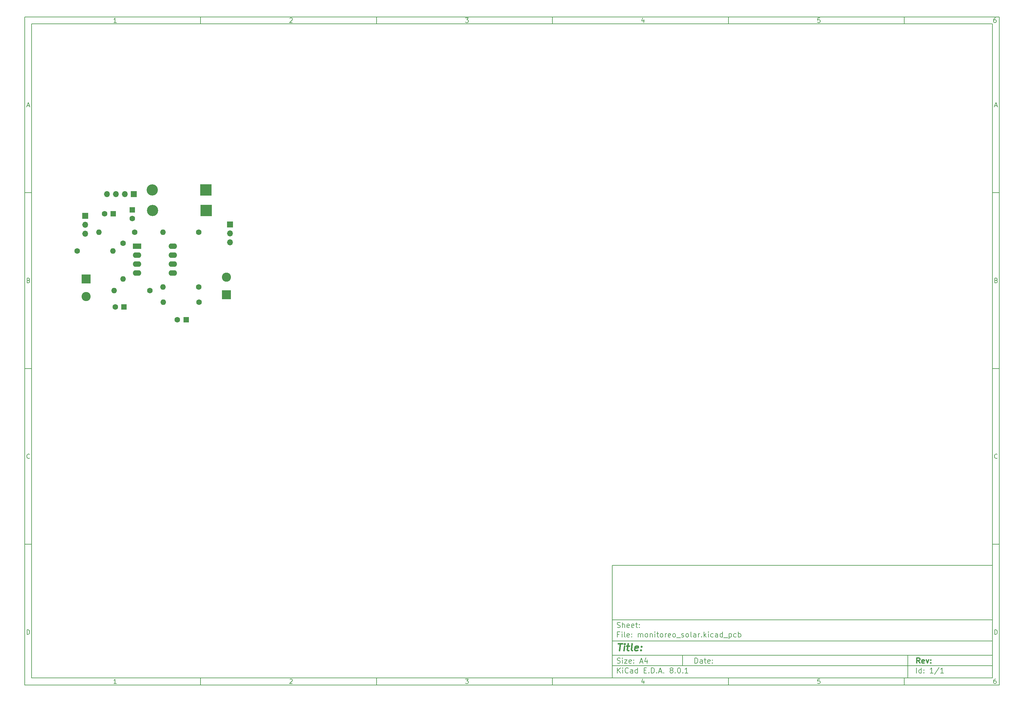
<source format=gbr>
%TF.GenerationSoftware,KiCad,Pcbnew,8.0.1*%
%TF.CreationDate,2024-08-29T21:22:58-03:00*%
%TF.ProjectId,monitoreo_solar,6d6f6e69-746f-4726-956f-5f736f6c6172,rev?*%
%TF.SameCoordinates,Original*%
%TF.FileFunction,Copper,L1,Top*%
%TF.FilePolarity,Positive*%
%FSLAX46Y46*%
G04 Gerber Fmt 4.6, Leading zero omitted, Abs format (unit mm)*
G04 Created by KiCad (PCBNEW 8.0.1) date 2024-08-29 21:22:58*
%MOMM*%
%LPD*%
G01*
G04 APERTURE LIST*
%ADD10C,0.100000*%
%ADD11C,0.150000*%
%ADD12C,0.300000*%
%ADD13C,0.400000*%
%TA.AperFunction,ComponentPad*%
%ADD14R,3.200000X3.200000*%
%TD*%
%TA.AperFunction,ComponentPad*%
%ADD15O,3.200000X3.200000*%
%TD*%
%TA.AperFunction,ComponentPad*%
%ADD16R,1.600000X1.600000*%
%TD*%
%TA.AperFunction,ComponentPad*%
%ADD17C,1.600000*%
%TD*%
%TA.AperFunction,ComponentPad*%
%ADD18R,1.700000X1.700000*%
%TD*%
%TA.AperFunction,ComponentPad*%
%ADD19O,1.700000X1.700000*%
%TD*%
%TA.AperFunction,ComponentPad*%
%ADD20O,1.600000X1.600000*%
%TD*%
%TA.AperFunction,ComponentPad*%
%ADD21R,2.600000X2.600000*%
%TD*%
%TA.AperFunction,ComponentPad*%
%ADD22C,2.600000*%
%TD*%
%TA.AperFunction,ComponentPad*%
%ADD23R,2.400000X1.600000*%
%TD*%
%TA.AperFunction,ComponentPad*%
%ADD24O,2.400000X1.600000*%
%TD*%
G04 APERTURE END LIST*
D10*
D11*
X177002200Y-166007200D02*
X285002200Y-166007200D01*
X285002200Y-198007200D01*
X177002200Y-198007200D01*
X177002200Y-166007200D01*
D10*
D11*
X10000000Y-10000000D02*
X287002200Y-10000000D01*
X287002200Y-200007200D01*
X10000000Y-200007200D01*
X10000000Y-10000000D01*
D10*
D11*
X12000000Y-12000000D02*
X285002200Y-12000000D01*
X285002200Y-198007200D01*
X12000000Y-198007200D01*
X12000000Y-12000000D01*
D10*
D11*
X60000000Y-12000000D02*
X60000000Y-10000000D01*
D10*
D11*
X110000000Y-12000000D02*
X110000000Y-10000000D01*
D10*
D11*
X160000000Y-12000000D02*
X160000000Y-10000000D01*
D10*
D11*
X210000000Y-12000000D02*
X210000000Y-10000000D01*
D10*
D11*
X260000000Y-12000000D02*
X260000000Y-10000000D01*
D10*
D11*
X36089160Y-11593604D02*
X35346303Y-11593604D01*
X35717731Y-11593604D02*
X35717731Y-10293604D01*
X35717731Y-10293604D02*
X35593922Y-10479319D01*
X35593922Y-10479319D02*
X35470112Y-10603128D01*
X35470112Y-10603128D02*
X35346303Y-10665033D01*
D10*
D11*
X85346303Y-10417414D02*
X85408207Y-10355509D01*
X85408207Y-10355509D02*
X85532017Y-10293604D01*
X85532017Y-10293604D02*
X85841541Y-10293604D01*
X85841541Y-10293604D02*
X85965350Y-10355509D01*
X85965350Y-10355509D02*
X86027255Y-10417414D01*
X86027255Y-10417414D02*
X86089160Y-10541223D01*
X86089160Y-10541223D02*
X86089160Y-10665033D01*
X86089160Y-10665033D02*
X86027255Y-10850747D01*
X86027255Y-10850747D02*
X85284398Y-11593604D01*
X85284398Y-11593604D02*
X86089160Y-11593604D01*
D10*
D11*
X135284398Y-10293604D02*
X136089160Y-10293604D01*
X136089160Y-10293604D02*
X135655826Y-10788842D01*
X135655826Y-10788842D02*
X135841541Y-10788842D01*
X135841541Y-10788842D02*
X135965350Y-10850747D01*
X135965350Y-10850747D02*
X136027255Y-10912652D01*
X136027255Y-10912652D02*
X136089160Y-11036461D01*
X136089160Y-11036461D02*
X136089160Y-11345985D01*
X136089160Y-11345985D02*
X136027255Y-11469795D01*
X136027255Y-11469795D02*
X135965350Y-11531700D01*
X135965350Y-11531700D02*
X135841541Y-11593604D01*
X135841541Y-11593604D02*
X135470112Y-11593604D01*
X135470112Y-11593604D02*
X135346303Y-11531700D01*
X135346303Y-11531700D02*
X135284398Y-11469795D01*
D10*
D11*
X185965350Y-10726938D02*
X185965350Y-11593604D01*
X185655826Y-10231700D02*
X185346303Y-11160271D01*
X185346303Y-11160271D02*
X186151064Y-11160271D01*
D10*
D11*
X236027255Y-10293604D02*
X235408207Y-10293604D01*
X235408207Y-10293604D02*
X235346303Y-10912652D01*
X235346303Y-10912652D02*
X235408207Y-10850747D01*
X235408207Y-10850747D02*
X235532017Y-10788842D01*
X235532017Y-10788842D02*
X235841541Y-10788842D01*
X235841541Y-10788842D02*
X235965350Y-10850747D01*
X235965350Y-10850747D02*
X236027255Y-10912652D01*
X236027255Y-10912652D02*
X236089160Y-11036461D01*
X236089160Y-11036461D02*
X236089160Y-11345985D01*
X236089160Y-11345985D02*
X236027255Y-11469795D01*
X236027255Y-11469795D02*
X235965350Y-11531700D01*
X235965350Y-11531700D02*
X235841541Y-11593604D01*
X235841541Y-11593604D02*
X235532017Y-11593604D01*
X235532017Y-11593604D02*
X235408207Y-11531700D01*
X235408207Y-11531700D02*
X235346303Y-11469795D01*
D10*
D11*
X285965350Y-10293604D02*
X285717731Y-10293604D01*
X285717731Y-10293604D02*
X285593922Y-10355509D01*
X285593922Y-10355509D02*
X285532017Y-10417414D01*
X285532017Y-10417414D02*
X285408207Y-10603128D01*
X285408207Y-10603128D02*
X285346303Y-10850747D01*
X285346303Y-10850747D02*
X285346303Y-11345985D01*
X285346303Y-11345985D02*
X285408207Y-11469795D01*
X285408207Y-11469795D02*
X285470112Y-11531700D01*
X285470112Y-11531700D02*
X285593922Y-11593604D01*
X285593922Y-11593604D02*
X285841541Y-11593604D01*
X285841541Y-11593604D02*
X285965350Y-11531700D01*
X285965350Y-11531700D02*
X286027255Y-11469795D01*
X286027255Y-11469795D02*
X286089160Y-11345985D01*
X286089160Y-11345985D02*
X286089160Y-11036461D01*
X286089160Y-11036461D02*
X286027255Y-10912652D01*
X286027255Y-10912652D02*
X285965350Y-10850747D01*
X285965350Y-10850747D02*
X285841541Y-10788842D01*
X285841541Y-10788842D02*
X285593922Y-10788842D01*
X285593922Y-10788842D02*
X285470112Y-10850747D01*
X285470112Y-10850747D02*
X285408207Y-10912652D01*
X285408207Y-10912652D02*
X285346303Y-11036461D01*
D10*
D11*
X60000000Y-198007200D02*
X60000000Y-200007200D01*
D10*
D11*
X110000000Y-198007200D02*
X110000000Y-200007200D01*
D10*
D11*
X160000000Y-198007200D02*
X160000000Y-200007200D01*
D10*
D11*
X210000000Y-198007200D02*
X210000000Y-200007200D01*
D10*
D11*
X260000000Y-198007200D02*
X260000000Y-200007200D01*
D10*
D11*
X36089160Y-199600804D02*
X35346303Y-199600804D01*
X35717731Y-199600804D02*
X35717731Y-198300804D01*
X35717731Y-198300804D02*
X35593922Y-198486519D01*
X35593922Y-198486519D02*
X35470112Y-198610328D01*
X35470112Y-198610328D02*
X35346303Y-198672233D01*
D10*
D11*
X85346303Y-198424614D02*
X85408207Y-198362709D01*
X85408207Y-198362709D02*
X85532017Y-198300804D01*
X85532017Y-198300804D02*
X85841541Y-198300804D01*
X85841541Y-198300804D02*
X85965350Y-198362709D01*
X85965350Y-198362709D02*
X86027255Y-198424614D01*
X86027255Y-198424614D02*
X86089160Y-198548423D01*
X86089160Y-198548423D02*
X86089160Y-198672233D01*
X86089160Y-198672233D02*
X86027255Y-198857947D01*
X86027255Y-198857947D02*
X85284398Y-199600804D01*
X85284398Y-199600804D02*
X86089160Y-199600804D01*
D10*
D11*
X135284398Y-198300804D02*
X136089160Y-198300804D01*
X136089160Y-198300804D02*
X135655826Y-198796042D01*
X135655826Y-198796042D02*
X135841541Y-198796042D01*
X135841541Y-198796042D02*
X135965350Y-198857947D01*
X135965350Y-198857947D02*
X136027255Y-198919852D01*
X136027255Y-198919852D02*
X136089160Y-199043661D01*
X136089160Y-199043661D02*
X136089160Y-199353185D01*
X136089160Y-199353185D02*
X136027255Y-199476995D01*
X136027255Y-199476995D02*
X135965350Y-199538900D01*
X135965350Y-199538900D02*
X135841541Y-199600804D01*
X135841541Y-199600804D02*
X135470112Y-199600804D01*
X135470112Y-199600804D02*
X135346303Y-199538900D01*
X135346303Y-199538900D02*
X135284398Y-199476995D01*
D10*
D11*
X185965350Y-198734138D02*
X185965350Y-199600804D01*
X185655826Y-198238900D02*
X185346303Y-199167471D01*
X185346303Y-199167471D02*
X186151064Y-199167471D01*
D10*
D11*
X236027255Y-198300804D02*
X235408207Y-198300804D01*
X235408207Y-198300804D02*
X235346303Y-198919852D01*
X235346303Y-198919852D02*
X235408207Y-198857947D01*
X235408207Y-198857947D02*
X235532017Y-198796042D01*
X235532017Y-198796042D02*
X235841541Y-198796042D01*
X235841541Y-198796042D02*
X235965350Y-198857947D01*
X235965350Y-198857947D02*
X236027255Y-198919852D01*
X236027255Y-198919852D02*
X236089160Y-199043661D01*
X236089160Y-199043661D02*
X236089160Y-199353185D01*
X236089160Y-199353185D02*
X236027255Y-199476995D01*
X236027255Y-199476995D02*
X235965350Y-199538900D01*
X235965350Y-199538900D02*
X235841541Y-199600804D01*
X235841541Y-199600804D02*
X235532017Y-199600804D01*
X235532017Y-199600804D02*
X235408207Y-199538900D01*
X235408207Y-199538900D02*
X235346303Y-199476995D01*
D10*
D11*
X285965350Y-198300804D02*
X285717731Y-198300804D01*
X285717731Y-198300804D02*
X285593922Y-198362709D01*
X285593922Y-198362709D02*
X285532017Y-198424614D01*
X285532017Y-198424614D02*
X285408207Y-198610328D01*
X285408207Y-198610328D02*
X285346303Y-198857947D01*
X285346303Y-198857947D02*
X285346303Y-199353185D01*
X285346303Y-199353185D02*
X285408207Y-199476995D01*
X285408207Y-199476995D02*
X285470112Y-199538900D01*
X285470112Y-199538900D02*
X285593922Y-199600804D01*
X285593922Y-199600804D02*
X285841541Y-199600804D01*
X285841541Y-199600804D02*
X285965350Y-199538900D01*
X285965350Y-199538900D02*
X286027255Y-199476995D01*
X286027255Y-199476995D02*
X286089160Y-199353185D01*
X286089160Y-199353185D02*
X286089160Y-199043661D01*
X286089160Y-199043661D02*
X286027255Y-198919852D01*
X286027255Y-198919852D02*
X285965350Y-198857947D01*
X285965350Y-198857947D02*
X285841541Y-198796042D01*
X285841541Y-198796042D02*
X285593922Y-198796042D01*
X285593922Y-198796042D02*
X285470112Y-198857947D01*
X285470112Y-198857947D02*
X285408207Y-198919852D01*
X285408207Y-198919852D02*
X285346303Y-199043661D01*
D10*
D11*
X10000000Y-60000000D02*
X12000000Y-60000000D01*
D10*
D11*
X10000000Y-110000000D02*
X12000000Y-110000000D01*
D10*
D11*
X10000000Y-160000000D02*
X12000000Y-160000000D01*
D10*
D11*
X10690476Y-35222176D02*
X11309523Y-35222176D01*
X10566666Y-35593604D02*
X10999999Y-34293604D01*
X10999999Y-34293604D02*
X11433333Y-35593604D01*
D10*
D11*
X11092857Y-84912652D02*
X11278571Y-84974557D01*
X11278571Y-84974557D02*
X11340476Y-85036461D01*
X11340476Y-85036461D02*
X11402380Y-85160271D01*
X11402380Y-85160271D02*
X11402380Y-85345985D01*
X11402380Y-85345985D02*
X11340476Y-85469795D01*
X11340476Y-85469795D02*
X11278571Y-85531700D01*
X11278571Y-85531700D02*
X11154761Y-85593604D01*
X11154761Y-85593604D02*
X10659523Y-85593604D01*
X10659523Y-85593604D02*
X10659523Y-84293604D01*
X10659523Y-84293604D02*
X11092857Y-84293604D01*
X11092857Y-84293604D02*
X11216666Y-84355509D01*
X11216666Y-84355509D02*
X11278571Y-84417414D01*
X11278571Y-84417414D02*
X11340476Y-84541223D01*
X11340476Y-84541223D02*
X11340476Y-84665033D01*
X11340476Y-84665033D02*
X11278571Y-84788842D01*
X11278571Y-84788842D02*
X11216666Y-84850747D01*
X11216666Y-84850747D02*
X11092857Y-84912652D01*
X11092857Y-84912652D02*
X10659523Y-84912652D01*
D10*
D11*
X11402380Y-135469795D02*
X11340476Y-135531700D01*
X11340476Y-135531700D02*
X11154761Y-135593604D01*
X11154761Y-135593604D02*
X11030952Y-135593604D01*
X11030952Y-135593604D02*
X10845238Y-135531700D01*
X10845238Y-135531700D02*
X10721428Y-135407890D01*
X10721428Y-135407890D02*
X10659523Y-135284080D01*
X10659523Y-135284080D02*
X10597619Y-135036461D01*
X10597619Y-135036461D02*
X10597619Y-134850747D01*
X10597619Y-134850747D02*
X10659523Y-134603128D01*
X10659523Y-134603128D02*
X10721428Y-134479319D01*
X10721428Y-134479319D02*
X10845238Y-134355509D01*
X10845238Y-134355509D02*
X11030952Y-134293604D01*
X11030952Y-134293604D02*
X11154761Y-134293604D01*
X11154761Y-134293604D02*
X11340476Y-134355509D01*
X11340476Y-134355509D02*
X11402380Y-134417414D01*
D10*
D11*
X10659523Y-185593604D02*
X10659523Y-184293604D01*
X10659523Y-184293604D02*
X10969047Y-184293604D01*
X10969047Y-184293604D02*
X11154761Y-184355509D01*
X11154761Y-184355509D02*
X11278571Y-184479319D01*
X11278571Y-184479319D02*
X11340476Y-184603128D01*
X11340476Y-184603128D02*
X11402380Y-184850747D01*
X11402380Y-184850747D02*
X11402380Y-185036461D01*
X11402380Y-185036461D02*
X11340476Y-185284080D01*
X11340476Y-185284080D02*
X11278571Y-185407890D01*
X11278571Y-185407890D02*
X11154761Y-185531700D01*
X11154761Y-185531700D02*
X10969047Y-185593604D01*
X10969047Y-185593604D02*
X10659523Y-185593604D01*
D10*
D11*
X287002200Y-60000000D02*
X285002200Y-60000000D01*
D10*
D11*
X287002200Y-110000000D02*
X285002200Y-110000000D01*
D10*
D11*
X287002200Y-160000000D02*
X285002200Y-160000000D01*
D10*
D11*
X285692676Y-35222176D02*
X286311723Y-35222176D01*
X285568866Y-35593604D02*
X286002199Y-34293604D01*
X286002199Y-34293604D02*
X286435533Y-35593604D01*
D10*
D11*
X286095057Y-84912652D02*
X286280771Y-84974557D01*
X286280771Y-84974557D02*
X286342676Y-85036461D01*
X286342676Y-85036461D02*
X286404580Y-85160271D01*
X286404580Y-85160271D02*
X286404580Y-85345985D01*
X286404580Y-85345985D02*
X286342676Y-85469795D01*
X286342676Y-85469795D02*
X286280771Y-85531700D01*
X286280771Y-85531700D02*
X286156961Y-85593604D01*
X286156961Y-85593604D02*
X285661723Y-85593604D01*
X285661723Y-85593604D02*
X285661723Y-84293604D01*
X285661723Y-84293604D02*
X286095057Y-84293604D01*
X286095057Y-84293604D02*
X286218866Y-84355509D01*
X286218866Y-84355509D02*
X286280771Y-84417414D01*
X286280771Y-84417414D02*
X286342676Y-84541223D01*
X286342676Y-84541223D02*
X286342676Y-84665033D01*
X286342676Y-84665033D02*
X286280771Y-84788842D01*
X286280771Y-84788842D02*
X286218866Y-84850747D01*
X286218866Y-84850747D02*
X286095057Y-84912652D01*
X286095057Y-84912652D02*
X285661723Y-84912652D01*
D10*
D11*
X286404580Y-135469795D02*
X286342676Y-135531700D01*
X286342676Y-135531700D02*
X286156961Y-135593604D01*
X286156961Y-135593604D02*
X286033152Y-135593604D01*
X286033152Y-135593604D02*
X285847438Y-135531700D01*
X285847438Y-135531700D02*
X285723628Y-135407890D01*
X285723628Y-135407890D02*
X285661723Y-135284080D01*
X285661723Y-135284080D02*
X285599819Y-135036461D01*
X285599819Y-135036461D02*
X285599819Y-134850747D01*
X285599819Y-134850747D02*
X285661723Y-134603128D01*
X285661723Y-134603128D02*
X285723628Y-134479319D01*
X285723628Y-134479319D02*
X285847438Y-134355509D01*
X285847438Y-134355509D02*
X286033152Y-134293604D01*
X286033152Y-134293604D02*
X286156961Y-134293604D01*
X286156961Y-134293604D02*
X286342676Y-134355509D01*
X286342676Y-134355509D02*
X286404580Y-134417414D01*
D10*
D11*
X285661723Y-185593604D02*
X285661723Y-184293604D01*
X285661723Y-184293604D02*
X285971247Y-184293604D01*
X285971247Y-184293604D02*
X286156961Y-184355509D01*
X286156961Y-184355509D02*
X286280771Y-184479319D01*
X286280771Y-184479319D02*
X286342676Y-184603128D01*
X286342676Y-184603128D02*
X286404580Y-184850747D01*
X286404580Y-184850747D02*
X286404580Y-185036461D01*
X286404580Y-185036461D02*
X286342676Y-185284080D01*
X286342676Y-185284080D02*
X286280771Y-185407890D01*
X286280771Y-185407890D02*
X286156961Y-185531700D01*
X286156961Y-185531700D02*
X285971247Y-185593604D01*
X285971247Y-185593604D02*
X285661723Y-185593604D01*
D10*
D11*
X200458026Y-193793328D02*
X200458026Y-192293328D01*
X200458026Y-192293328D02*
X200815169Y-192293328D01*
X200815169Y-192293328D02*
X201029455Y-192364757D01*
X201029455Y-192364757D02*
X201172312Y-192507614D01*
X201172312Y-192507614D02*
X201243741Y-192650471D01*
X201243741Y-192650471D02*
X201315169Y-192936185D01*
X201315169Y-192936185D02*
X201315169Y-193150471D01*
X201315169Y-193150471D02*
X201243741Y-193436185D01*
X201243741Y-193436185D02*
X201172312Y-193579042D01*
X201172312Y-193579042D02*
X201029455Y-193721900D01*
X201029455Y-193721900D02*
X200815169Y-193793328D01*
X200815169Y-193793328D02*
X200458026Y-193793328D01*
X202600884Y-193793328D02*
X202600884Y-193007614D01*
X202600884Y-193007614D02*
X202529455Y-192864757D01*
X202529455Y-192864757D02*
X202386598Y-192793328D01*
X202386598Y-192793328D02*
X202100884Y-192793328D01*
X202100884Y-192793328D02*
X201958026Y-192864757D01*
X202600884Y-193721900D02*
X202458026Y-193793328D01*
X202458026Y-193793328D02*
X202100884Y-193793328D01*
X202100884Y-193793328D02*
X201958026Y-193721900D01*
X201958026Y-193721900D02*
X201886598Y-193579042D01*
X201886598Y-193579042D02*
X201886598Y-193436185D01*
X201886598Y-193436185D02*
X201958026Y-193293328D01*
X201958026Y-193293328D02*
X202100884Y-193221900D01*
X202100884Y-193221900D02*
X202458026Y-193221900D01*
X202458026Y-193221900D02*
X202600884Y-193150471D01*
X203100884Y-192793328D02*
X203672312Y-192793328D01*
X203315169Y-192293328D02*
X203315169Y-193579042D01*
X203315169Y-193579042D02*
X203386598Y-193721900D01*
X203386598Y-193721900D02*
X203529455Y-193793328D01*
X203529455Y-193793328D02*
X203672312Y-193793328D01*
X204743741Y-193721900D02*
X204600884Y-193793328D01*
X204600884Y-193793328D02*
X204315170Y-193793328D01*
X204315170Y-193793328D02*
X204172312Y-193721900D01*
X204172312Y-193721900D02*
X204100884Y-193579042D01*
X204100884Y-193579042D02*
X204100884Y-193007614D01*
X204100884Y-193007614D02*
X204172312Y-192864757D01*
X204172312Y-192864757D02*
X204315170Y-192793328D01*
X204315170Y-192793328D02*
X204600884Y-192793328D01*
X204600884Y-192793328D02*
X204743741Y-192864757D01*
X204743741Y-192864757D02*
X204815170Y-193007614D01*
X204815170Y-193007614D02*
X204815170Y-193150471D01*
X204815170Y-193150471D02*
X204100884Y-193293328D01*
X205458026Y-193650471D02*
X205529455Y-193721900D01*
X205529455Y-193721900D02*
X205458026Y-193793328D01*
X205458026Y-193793328D02*
X205386598Y-193721900D01*
X205386598Y-193721900D02*
X205458026Y-193650471D01*
X205458026Y-193650471D02*
X205458026Y-193793328D01*
X205458026Y-192864757D02*
X205529455Y-192936185D01*
X205529455Y-192936185D02*
X205458026Y-193007614D01*
X205458026Y-193007614D02*
X205386598Y-192936185D01*
X205386598Y-192936185D02*
X205458026Y-192864757D01*
X205458026Y-192864757D02*
X205458026Y-193007614D01*
D10*
D11*
X177002200Y-194507200D02*
X285002200Y-194507200D01*
D10*
D11*
X178458026Y-196593328D02*
X178458026Y-195093328D01*
X179315169Y-196593328D02*
X178672312Y-195736185D01*
X179315169Y-195093328D02*
X178458026Y-195950471D01*
X179958026Y-196593328D02*
X179958026Y-195593328D01*
X179958026Y-195093328D02*
X179886598Y-195164757D01*
X179886598Y-195164757D02*
X179958026Y-195236185D01*
X179958026Y-195236185D02*
X180029455Y-195164757D01*
X180029455Y-195164757D02*
X179958026Y-195093328D01*
X179958026Y-195093328D02*
X179958026Y-195236185D01*
X181529455Y-196450471D02*
X181458027Y-196521900D01*
X181458027Y-196521900D02*
X181243741Y-196593328D01*
X181243741Y-196593328D02*
X181100884Y-196593328D01*
X181100884Y-196593328D02*
X180886598Y-196521900D01*
X180886598Y-196521900D02*
X180743741Y-196379042D01*
X180743741Y-196379042D02*
X180672312Y-196236185D01*
X180672312Y-196236185D02*
X180600884Y-195950471D01*
X180600884Y-195950471D02*
X180600884Y-195736185D01*
X180600884Y-195736185D02*
X180672312Y-195450471D01*
X180672312Y-195450471D02*
X180743741Y-195307614D01*
X180743741Y-195307614D02*
X180886598Y-195164757D01*
X180886598Y-195164757D02*
X181100884Y-195093328D01*
X181100884Y-195093328D02*
X181243741Y-195093328D01*
X181243741Y-195093328D02*
X181458027Y-195164757D01*
X181458027Y-195164757D02*
X181529455Y-195236185D01*
X182815170Y-196593328D02*
X182815170Y-195807614D01*
X182815170Y-195807614D02*
X182743741Y-195664757D01*
X182743741Y-195664757D02*
X182600884Y-195593328D01*
X182600884Y-195593328D02*
X182315170Y-195593328D01*
X182315170Y-195593328D02*
X182172312Y-195664757D01*
X182815170Y-196521900D02*
X182672312Y-196593328D01*
X182672312Y-196593328D02*
X182315170Y-196593328D01*
X182315170Y-196593328D02*
X182172312Y-196521900D01*
X182172312Y-196521900D02*
X182100884Y-196379042D01*
X182100884Y-196379042D02*
X182100884Y-196236185D01*
X182100884Y-196236185D02*
X182172312Y-196093328D01*
X182172312Y-196093328D02*
X182315170Y-196021900D01*
X182315170Y-196021900D02*
X182672312Y-196021900D01*
X182672312Y-196021900D02*
X182815170Y-195950471D01*
X184172313Y-196593328D02*
X184172313Y-195093328D01*
X184172313Y-196521900D02*
X184029455Y-196593328D01*
X184029455Y-196593328D02*
X183743741Y-196593328D01*
X183743741Y-196593328D02*
X183600884Y-196521900D01*
X183600884Y-196521900D02*
X183529455Y-196450471D01*
X183529455Y-196450471D02*
X183458027Y-196307614D01*
X183458027Y-196307614D02*
X183458027Y-195879042D01*
X183458027Y-195879042D02*
X183529455Y-195736185D01*
X183529455Y-195736185D02*
X183600884Y-195664757D01*
X183600884Y-195664757D02*
X183743741Y-195593328D01*
X183743741Y-195593328D02*
X184029455Y-195593328D01*
X184029455Y-195593328D02*
X184172313Y-195664757D01*
X186029455Y-195807614D02*
X186529455Y-195807614D01*
X186743741Y-196593328D02*
X186029455Y-196593328D01*
X186029455Y-196593328D02*
X186029455Y-195093328D01*
X186029455Y-195093328D02*
X186743741Y-195093328D01*
X187386598Y-196450471D02*
X187458027Y-196521900D01*
X187458027Y-196521900D02*
X187386598Y-196593328D01*
X187386598Y-196593328D02*
X187315170Y-196521900D01*
X187315170Y-196521900D02*
X187386598Y-196450471D01*
X187386598Y-196450471D02*
X187386598Y-196593328D01*
X188100884Y-196593328D02*
X188100884Y-195093328D01*
X188100884Y-195093328D02*
X188458027Y-195093328D01*
X188458027Y-195093328D02*
X188672313Y-195164757D01*
X188672313Y-195164757D02*
X188815170Y-195307614D01*
X188815170Y-195307614D02*
X188886599Y-195450471D01*
X188886599Y-195450471D02*
X188958027Y-195736185D01*
X188958027Y-195736185D02*
X188958027Y-195950471D01*
X188958027Y-195950471D02*
X188886599Y-196236185D01*
X188886599Y-196236185D02*
X188815170Y-196379042D01*
X188815170Y-196379042D02*
X188672313Y-196521900D01*
X188672313Y-196521900D02*
X188458027Y-196593328D01*
X188458027Y-196593328D02*
X188100884Y-196593328D01*
X189600884Y-196450471D02*
X189672313Y-196521900D01*
X189672313Y-196521900D02*
X189600884Y-196593328D01*
X189600884Y-196593328D02*
X189529456Y-196521900D01*
X189529456Y-196521900D02*
X189600884Y-196450471D01*
X189600884Y-196450471D02*
X189600884Y-196593328D01*
X190243742Y-196164757D02*
X190958028Y-196164757D01*
X190100885Y-196593328D02*
X190600885Y-195093328D01*
X190600885Y-195093328D02*
X191100885Y-196593328D01*
X191600884Y-196450471D02*
X191672313Y-196521900D01*
X191672313Y-196521900D02*
X191600884Y-196593328D01*
X191600884Y-196593328D02*
X191529456Y-196521900D01*
X191529456Y-196521900D02*
X191600884Y-196450471D01*
X191600884Y-196450471D02*
X191600884Y-196593328D01*
X193672313Y-195736185D02*
X193529456Y-195664757D01*
X193529456Y-195664757D02*
X193458027Y-195593328D01*
X193458027Y-195593328D02*
X193386599Y-195450471D01*
X193386599Y-195450471D02*
X193386599Y-195379042D01*
X193386599Y-195379042D02*
X193458027Y-195236185D01*
X193458027Y-195236185D02*
X193529456Y-195164757D01*
X193529456Y-195164757D02*
X193672313Y-195093328D01*
X193672313Y-195093328D02*
X193958027Y-195093328D01*
X193958027Y-195093328D02*
X194100885Y-195164757D01*
X194100885Y-195164757D02*
X194172313Y-195236185D01*
X194172313Y-195236185D02*
X194243742Y-195379042D01*
X194243742Y-195379042D02*
X194243742Y-195450471D01*
X194243742Y-195450471D02*
X194172313Y-195593328D01*
X194172313Y-195593328D02*
X194100885Y-195664757D01*
X194100885Y-195664757D02*
X193958027Y-195736185D01*
X193958027Y-195736185D02*
X193672313Y-195736185D01*
X193672313Y-195736185D02*
X193529456Y-195807614D01*
X193529456Y-195807614D02*
X193458027Y-195879042D01*
X193458027Y-195879042D02*
X193386599Y-196021900D01*
X193386599Y-196021900D02*
X193386599Y-196307614D01*
X193386599Y-196307614D02*
X193458027Y-196450471D01*
X193458027Y-196450471D02*
X193529456Y-196521900D01*
X193529456Y-196521900D02*
X193672313Y-196593328D01*
X193672313Y-196593328D02*
X193958027Y-196593328D01*
X193958027Y-196593328D02*
X194100885Y-196521900D01*
X194100885Y-196521900D02*
X194172313Y-196450471D01*
X194172313Y-196450471D02*
X194243742Y-196307614D01*
X194243742Y-196307614D02*
X194243742Y-196021900D01*
X194243742Y-196021900D02*
X194172313Y-195879042D01*
X194172313Y-195879042D02*
X194100885Y-195807614D01*
X194100885Y-195807614D02*
X193958027Y-195736185D01*
X194886598Y-196450471D02*
X194958027Y-196521900D01*
X194958027Y-196521900D02*
X194886598Y-196593328D01*
X194886598Y-196593328D02*
X194815170Y-196521900D01*
X194815170Y-196521900D02*
X194886598Y-196450471D01*
X194886598Y-196450471D02*
X194886598Y-196593328D01*
X195886599Y-195093328D02*
X196029456Y-195093328D01*
X196029456Y-195093328D02*
X196172313Y-195164757D01*
X196172313Y-195164757D02*
X196243742Y-195236185D01*
X196243742Y-195236185D02*
X196315170Y-195379042D01*
X196315170Y-195379042D02*
X196386599Y-195664757D01*
X196386599Y-195664757D02*
X196386599Y-196021900D01*
X196386599Y-196021900D02*
X196315170Y-196307614D01*
X196315170Y-196307614D02*
X196243742Y-196450471D01*
X196243742Y-196450471D02*
X196172313Y-196521900D01*
X196172313Y-196521900D02*
X196029456Y-196593328D01*
X196029456Y-196593328D02*
X195886599Y-196593328D01*
X195886599Y-196593328D02*
X195743742Y-196521900D01*
X195743742Y-196521900D02*
X195672313Y-196450471D01*
X195672313Y-196450471D02*
X195600884Y-196307614D01*
X195600884Y-196307614D02*
X195529456Y-196021900D01*
X195529456Y-196021900D02*
X195529456Y-195664757D01*
X195529456Y-195664757D02*
X195600884Y-195379042D01*
X195600884Y-195379042D02*
X195672313Y-195236185D01*
X195672313Y-195236185D02*
X195743742Y-195164757D01*
X195743742Y-195164757D02*
X195886599Y-195093328D01*
X197029455Y-196450471D02*
X197100884Y-196521900D01*
X197100884Y-196521900D02*
X197029455Y-196593328D01*
X197029455Y-196593328D02*
X196958027Y-196521900D01*
X196958027Y-196521900D02*
X197029455Y-196450471D01*
X197029455Y-196450471D02*
X197029455Y-196593328D01*
X198529456Y-196593328D02*
X197672313Y-196593328D01*
X198100884Y-196593328D02*
X198100884Y-195093328D01*
X198100884Y-195093328D02*
X197958027Y-195307614D01*
X197958027Y-195307614D02*
X197815170Y-195450471D01*
X197815170Y-195450471D02*
X197672313Y-195521900D01*
D10*
D11*
X177002200Y-191507200D02*
X285002200Y-191507200D01*
D10*
D12*
X264413853Y-193785528D02*
X263913853Y-193071242D01*
X263556710Y-193785528D02*
X263556710Y-192285528D01*
X263556710Y-192285528D02*
X264128139Y-192285528D01*
X264128139Y-192285528D02*
X264270996Y-192356957D01*
X264270996Y-192356957D02*
X264342425Y-192428385D01*
X264342425Y-192428385D02*
X264413853Y-192571242D01*
X264413853Y-192571242D02*
X264413853Y-192785528D01*
X264413853Y-192785528D02*
X264342425Y-192928385D01*
X264342425Y-192928385D02*
X264270996Y-192999814D01*
X264270996Y-192999814D02*
X264128139Y-193071242D01*
X264128139Y-193071242D02*
X263556710Y-193071242D01*
X265628139Y-193714100D02*
X265485282Y-193785528D01*
X265485282Y-193785528D02*
X265199568Y-193785528D01*
X265199568Y-193785528D02*
X265056710Y-193714100D01*
X265056710Y-193714100D02*
X264985282Y-193571242D01*
X264985282Y-193571242D02*
X264985282Y-192999814D01*
X264985282Y-192999814D02*
X265056710Y-192856957D01*
X265056710Y-192856957D02*
X265199568Y-192785528D01*
X265199568Y-192785528D02*
X265485282Y-192785528D01*
X265485282Y-192785528D02*
X265628139Y-192856957D01*
X265628139Y-192856957D02*
X265699568Y-192999814D01*
X265699568Y-192999814D02*
X265699568Y-193142671D01*
X265699568Y-193142671D02*
X264985282Y-193285528D01*
X266199567Y-192785528D02*
X266556710Y-193785528D01*
X266556710Y-193785528D02*
X266913853Y-192785528D01*
X267485281Y-193642671D02*
X267556710Y-193714100D01*
X267556710Y-193714100D02*
X267485281Y-193785528D01*
X267485281Y-193785528D02*
X267413853Y-193714100D01*
X267413853Y-193714100D02*
X267485281Y-193642671D01*
X267485281Y-193642671D02*
X267485281Y-193785528D01*
X267485281Y-192856957D02*
X267556710Y-192928385D01*
X267556710Y-192928385D02*
X267485281Y-192999814D01*
X267485281Y-192999814D02*
X267413853Y-192928385D01*
X267413853Y-192928385D02*
X267485281Y-192856957D01*
X267485281Y-192856957D02*
X267485281Y-192999814D01*
D10*
D11*
X178386598Y-193721900D02*
X178600884Y-193793328D01*
X178600884Y-193793328D02*
X178958026Y-193793328D01*
X178958026Y-193793328D02*
X179100884Y-193721900D01*
X179100884Y-193721900D02*
X179172312Y-193650471D01*
X179172312Y-193650471D02*
X179243741Y-193507614D01*
X179243741Y-193507614D02*
X179243741Y-193364757D01*
X179243741Y-193364757D02*
X179172312Y-193221900D01*
X179172312Y-193221900D02*
X179100884Y-193150471D01*
X179100884Y-193150471D02*
X178958026Y-193079042D01*
X178958026Y-193079042D02*
X178672312Y-193007614D01*
X178672312Y-193007614D02*
X178529455Y-192936185D01*
X178529455Y-192936185D02*
X178458026Y-192864757D01*
X178458026Y-192864757D02*
X178386598Y-192721900D01*
X178386598Y-192721900D02*
X178386598Y-192579042D01*
X178386598Y-192579042D02*
X178458026Y-192436185D01*
X178458026Y-192436185D02*
X178529455Y-192364757D01*
X178529455Y-192364757D02*
X178672312Y-192293328D01*
X178672312Y-192293328D02*
X179029455Y-192293328D01*
X179029455Y-192293328D02*
X179243741Y-192364757D01*
X179886597Y-193793328D02*
X179886597Y-192793328D01*
X179886597Y-192293328D02*
X179815169Y-192364757D01*
X179815169Y-192364757D02*
X179886597Y-192436185D01*
X179886597Y-192436185D02*
X179958026Y-192364757D01*
X179958026Y-192364757D02*
X179886597Y-192293328D01*
X179886597Y-192293328D02*
X179886597Y-192436185D01*
X180458026Y-192793328D02*
X181243741Y-192793328D01*
X181243741Y-192793328D02*
X180458026Y-193793328D01*
X180458026Y-193793328D02*
X181243741Y-193793328D01*
X182386598Y-193721900D02*
X182243741Y-193793328D01*
X182243741Y-193793328D02*
X181958027Y-193793328D01*
X181958027Y-193793328D02*
X181815169Y-193721900D01*
X181815169Y-193721900D02*
X181743741Y-193579042D01*
X181743741Y-193579042D02*
X181743741Y-193007614D01*
X181743741Y-193007614D02*
X181815169Y-192864757D01*
X181815169Y-192864757D02*
X181958027Y-192793328D01*
X181958027Y-192793328D02*
X182243741Y-192793328D01*
X182243741Y-192793328D02*
X182386598Y-192864757D01*
X182386598Y-192864757D02*
X182458027Y-193007614D01*
X182458027Y-193007614D02*
X182458027Y-193150471D01*
X182458027Y-193150471D02*
X181743741Y-193293328D01*
X183100883Y-193650471D02*
X183172312Y-193721900D01*
X183172312Y-193721900D02*
X183100883Y-193793328D01*
X183100883Y-193793328D02*
X183029455Y-193721900D01*
X183029455Y-193721900D02*
X183100883Y-193650471D01*
X183100883Y-193650471D02*
X183100883Y-193793328D01*
X183100883Y-192864757D02*
X183172312Y-192936185D01*
X183172312Y-192936185D02*
X183100883Y-193007614D01*
X183100883Y-193007614D02*
X183029455Y-192936185D01*
X183029455Y-192936185D02*
X183100883Y-192864757D01*
X183100883Y-192864757D02*
X183100883Y-193007614D01*
X184886598Y-193364757D02*
X185600884Y-193364757D01*
X184743741Y-193793328D02*
X185243741Y-192293328D01*
X185243741Y-192293328D02*
X185743741Y-193793328D01*
X186886598Y-192793328D02*
X186886598Y-193793328D01*
X186529455Y-192221900D02*
X186172312Y-193293328D01*
X186172312Y-193293328D02*
X187100883Y-193293328D01*
D10*
D11*
X263458026Y-196593328D02*
X263458026Y-195093328D01*
X264815170Y-196593328D02*
X264815170Y-195093328D01*
X264815170Y-196521900D02*
X264672312Y-196593328D01*
X264672312Y-196593328D02*
X264386598Y-196593328D01*
X264386598Y-196593328D02*
X264243741Y-196521900D01*
X264243741Y-196521900D02*
X264172312Y-196450471D01*
X264172312Y-196450471D02*
X264100884Y-196307614D01*
X264100884Y-196307614D02*
X264100884Y-195879042D01*
X264100884Y-195879042D02*
X264172312Y-195736185D01*
X264172312Y-195736185D02*
X264243741Y-195664757D01*
X264243741Y-195664757D02*
X264386598Y-195593328D01*
X264386598Y-195593328D02*
X264672312Y-195593328D01*
X264672312Y-195593328D02*
X264815170Y-195664757D01*
X265529455Y-196450471D02*
X265600884Y-196521900D01*
X265600884Y-196521900D02*
X265529455Y-196593328D01*
X265529455Y-196593328D02*
X265458027Y-196521900D01*
X265458027Y-196521900D02*
X265529455Y-196450471D01*
X265529455Y-196450471D02*
X265529455Y-196593328D01*
X265529455Y-195664757D02*
X265600884Y-195736185D01*
X265600884Y-195736185D02*
X265529455Y-195807614D01*
X265529455Y-195807614D02*
X265458027Y-195736185D01*
X265458027Y-195736185D02*
X265529455Y-195664757D01*
X265529455Y-195664757D02*
X265529455Y-195807614D01*
X268172313Y-196593328D02*
X267315170Y-196593328D01*
X267743741Y-196593328D02*
X267743741Y-195093328D01*
X267743741Y-195093328D02*
X267600884Y-195307614D01*
X267600884Y-195307614D02*
X267458027Y-195450471D01*
X267458027Y-195450471D02*
X267315170Y-195521900D01*
X269886598Y-195021900D02*
X268600884Y-196950471D01*
X271172313Y-196593328D02*
X270315170Y-196593328D01*
X270743741Y-196593328D02*
X270743741Y-195093328D01*
X270743741Y-195093328D02*
X270600884Y-195307614D01*
X270600884Y-195307614D02*
X270458027Y-195450471D01*
X270458027Y-195450471D02*
X270315170Y-195521900D01*
D10*
D11*
X177002200Y-187507200D02*
X285002200Y-187507200D01*
D10*
D13*
X178693928Y-188211638D02*
X179836785Y-188211638D01*
X179015357Y-190211638D02*
X179265357Y-188211638D01*
X180253452Y-190211638D02*
X180420119Y-188878304D01*
X180503452Y-188211638D02*
X180396309Y-188306876D01*
X180396309Y-188306876D02*
X180479643Y-188402114D01*
X180479643Y-188402114D02*
X180586786Y-188306876D01*
X180586786Y-188306876D02*
X180503452Y-188211638D01*
X180503452Y-188211638D02*
X180479643Y-188402114D01*
X181086786Y-188878304D02*
X181848690Y-188878304D01*
X181455833Y-188211638D02*
X181241548Y-189925923D01*
X181241548Y-189925923D02*
X181312976Y-190116400D01*
X181312976Y-190116400D02*
X181491548Y-190211638D01*
X181491548Y-190211638D02*
X181682024Y-190211638D01*
X182634405Y-190211638D02*
X182455833Y-190116400D01*
X182455833Y-190116400D02*
X182384405Y-189925923D01*
X182384405Y-189925923D02*
X182598690Y-188211638D01*
X184170119Y-190116400D02*
X183967738Y-190211638D01*
X183967738Y-190211638D02*
X183586785Y-190211638D01*
X183586785Y-190211638D02*
X183408214Y-190116400D01*
X183408214Y-190116400D02*
X183336785Y-189925923D01*
X183336785Y-189925923D02*
X183432024Y-189164019D01*
X183432024Y-189164019D02*
X183551071Y-188973542D01*
X183551071Y-188973542D02*
X183753452Y-188878304D01*
X183753452Y-188878304D02*
X184134404Y-188878304D01*
X184134404Y-188878304D02*
X184312976Y-188973542D01*
X184312976Y-188973542D02*
X184384404Y-189164019D01*
X184384404Y-189164019D02*
X184360595Y-189354495D01*
X184360595Y-189354495D02*
X183384404Y-189544971D01*
X185134405Y-190021161D02*
X185217738Y-190116400D01*
X185217738Y-190116400D02*
X185110595Y-190211638D01*
X185110595Y-190211638D02*
X185027262Y-190116400D01*
X185027262Y-190116400D02*
X185134405Y-190021161D01*
X185134405Y-190021161D02*
X185110595Y-190211638D01*
X185265357Y-188973542D02*
X185348690Y-189068780D01*
X185348690Y-189068780D02*
X185241548Y-189164019D01*
X185241548Y-189164019D02*
X185158214Y-189068780D01*
X185158214Y-189068780D02*
X185265357Y-188973542D01*
X185265357Y-188973542D02*
X185241548Y-189164019D01*
D10*
D11*
X178958026Y-185607614D02*
X178458026Y-185607614D01*
X178458026Y-186393328D02*
X178458026Y-184893328D01*
X178458026Y-184893328D02*
X179172312Y-184893328D01*
X179743740Y-186393328D02*
X179743740Y-185393328D01*
X179743740Y-184893328D02*
X179672312Y-184964757D01*
X179672312Y-184964757D02*
X179743740Y-185036185D01*
X179743740Y-185036185D02*
X179815169Y-184964757D01*
X179815169Y-184964757D02*
X179743740Y-184893328D01*
X179743740Y-184893328D02*
X179743740Y-185036185D01*
X180672312Y-186393328D02*
X180529455Y-186321900D01*
X180529455Y-186321900D02*
X180458026Y-186179042D01*
X180458026Y-186179042D02*
X180458026Y-184893328D01*
X181815169Y-186321900D02*
X181672312Y-186393328D01*
X181672312Y-186393328D02*
X181386598Y-186393328D01*
X181386598Y-186393328D02*
X181243740Y-186321900D01*
X181243740Y-186321900D02*
X181172312Y-186179042D01*
X181172312Y-186179042D02*
X181172312Y-185607614D01*
X181172312Y-185607614D02*
X181243740Y-185464757D01*
X181243740Y-185464757D02*
X181386598Y-185393328D01*
X181386598Y-185393328D02*
X181672312Y-185393328D01*
X181672312Y-185393328D02*
X181815169Y-185464757D01*
X181815169Y-185464757D02*
X181886598Y-185607614D01*
X181886598Y-185607614D02*
X181886598Y-185750471D01*
X181886598Y-185750471D02*
X181172312Y-185893328D01*
X182529454Y-186250471D02*
X182600883Y-186321900D01*
X182600883Y-186321900D02*
X182529454Y-186393328D01*
X182529454Y-186393328D02*
X182458026Y-186321900D01*
X182458026Y-186321900D02*
X182529454Y-186250471D01*
X182529454Y-186250471D02*
X182529454Y-186393328D01*
X182529454Y-185464757D02*
X182600883Y-185536185D01*
X182600883Y-185536185D02*
X182529454Y-185607614D01*
X182529454Y-185607614D02*
X182458026Y-185536185D01*
X182458026Y-185536185D02*
X182529454Y-185464757D01*
X182529454Y-185464757D02*
X182529454Y-185607614D01*
X184386597Y-186393328D02*
X184386597Y-185393328D01*
X184386597Y-185536185D02*
X184458026Y-185464757D01*
X184458026Y-185464757D02*
X184600883Y-185393328D01*
X184600883Y-185393328D02*
X184815169Y-185393328D01*
X184815169Y-185393328D02*
X184958026Y-185464757D01*
X184958026Y-185464757D02*
X185029455Y-185607614D01*
X185029455Y-185607614D02*
X185029455Y-186393328D01*
X185029455Y-185607614D02*
X185100883Y-185464757D01*
X185100883Y-185464757D02*
X185243740Y-185393328D01*
X185243740Y-185393328D02*
X185458026Y-185393328D01*
X185458026Y-185393328D02*
X185600883Y-185464757D01*
X185600883Y-185464757D02*
X185672312Y-185607614D01*
X185672312Y-185607614D02*
X185672312Y-186393328D01*
X186600883Y-186393328D02*
X186458026Y-186321900D01*
X186458026Y-186321900D02*
X186386597Y-186250471D01*
X186386597Y-186250471D02*
X186315169Y-186107614D01*
X186315169Y-186107614D02*
X186315169Y-185679042D01*
X186315169Y-185679042D02*
X186386597Y-185536185D01*
X186386597Y-185536185D02*
X186458026Y-185464757D01*
X186458026Y-185464757D02*
X186600883Y-185393328D01*
X186600883Y-185393328D02*
X186815169Y-185393328D01*
X186815169Y-185393328D02*
X186958026Y-185464757D01*
X186958026Y-185464757D02*
X187029455Y-185536185D01*
X187029455Y-185536185D02*
X187100883Y-185679042D01*
X187100883Y-185679042D02*
X187100883Y-186107614D01*
X187100883Y-186107614D02*
X187029455Y-186250471D01*
X187029455Y-186250471D02*
X186958026Y-186321900D01*
X186958026Y-186321900D02*
X186815169Y-186393328D01*
X186815169Y-186393328D02*
X186600883Y-186393328D01*
X187743740Y-185393328D02*
X187743740Y-186393328D01*
X187743740Y-185536185D02*
X187815169Y-185464757D01*
X187815169Y-185464757D02*
X187958026Y-185393328D01*
X187958026Y-185393328D02*
X188172312Y-185393328D01*
X188172312Y-185393328D02*
X188315169Y-185464757D01*
X188315169Y-185464757D02*
X188386598Y-185607614D01*
X188386598Y-185607614D02*
X188386598Y-186393328D01*
X189100883Y-186393328D02*
X189100883Y-185393328D01*
X189100883Y-184893328D02*
X189029455Y-184964757D01*
X189029455Y-184964757D02*
X189100883Y-185036185D01*
X189100883Y-185036185D02*
X189172312Y-184964757D01*
X189172312Y-184964757D02*
X189100883Y-184893328D01*
X189100883Y-184893328D02*
X189100883Y-185036185D01*
X189600884Y-185393328D02*
X190172312Y-185393328D01*
X189815169Y-184893328D02*
X189815169Y-186179042D01*
X189815169Y-186179042D02*
X189886598Y-186321900D01*
X189886598Y-186321900D02*
X190029455Y-186393328D01*
X190029455Y-186393328D02*
X190172312Y-186393328D01*
X190886598Y-186393328D02*
X190743741Y-186321900D01*
X190743741Y-186321900D02*
X190672312Y-186250471D01*
X190672312Y-186250471D02*
X190600884Y-186107614D01*
X190600884Y-186107614D02*
X190600884Y-185679042D01*
X190600884Y-185679042D02*
X190672312Y-185536185D01*
X190672312Y-185536185D02*
X190743741Y-185464757D01*
X190743741Y-185464757D02*
X190886598Y-185393328D01*
X190886598Y-185393328D02*
X191100884Y-185393328D01*
X191100884Y-185393328D02*
X191243741Y-185464757D01*
X191243741Y-185464757D02*
X191315170Y-185536185D01*
X191315170Y-185536185D02*
X191386598Y-185679042D01*
X191386598Y-185679042D02*
X191386598Y-186107614D01*
X191386598Y-186107614D02*
X191315170Y-186250471D01*
X191315170Y-186250471D02*
X191243741Y-186321900D01*
X191243741Y-186321900D02*
X191100884Y-186393328D01*
X191100884Y-186393328D02*
X190886598Y-186393328D01*
X192029455Y-186393328D02*
X192029455Y-185393328D01*
X192029455Y-185679042D02*
X192100884Y-185536185D01*
X192100884Y-185536185D02*
X192172313Y-185464757D01*
X192172313Y-185464757D02*
X192315170Y-185393328D01*
X192315170Y-185393328D02*
X192458027Y-185393328D01*
X193529455Y-186321900D02*
X193386598Y-186393328D01*
X193386598Y-186393328D02*
X193100884Y-186393328D01*
X193100884Y-186393328D02*
X192958026Y-186321900D01*
X192958026Y-186321900D02*
X192886598Y-186179042D01*
X192886598Y-186179042D02*
X192886598Y-185607614D01*
X192886598Y-185607614D02*
X192958026Y-185464757D01*
X192958026Y-185464757D02*
X193100884Y-185393328D01*
X193100884Y-185393328D02*
X193386598Y-185393328D01*
X193386598Y-185393328D02*
X193529455Y-185464757D01*
X193529455Y-185464757D02*
X193600884Y-185607614D01*
X193600884Y-185607614D02*
X193600884Y-185750471D01*
X193600884Y-185750471D02*
X192886598Y-185893328D01*
X194458026Y-186393328D02*
X194315169Y-186321900D01*
X194315169Y-186321900D02*
X194243740Y-186250471D01*
X194243740Y-186250471D02*
X194172312Y-186107614D01*
X194172312Y-186107614D02*
X194172312Y-185679042D01*
X194172312Y-185679042D02*
X194243740Y-185536185D01*
X194243740Y-185536185D02*
X194315169Y-185464757D01*
X194315169Y-185464757D02*
X194458026Y-185393328D01*
X194458026Y-185393328D02*
X194672312Y-185393328D01*
X194672312Y-185393328D02*
X194815169Y-185464757D01*
X194815169Y-185464757D02*
X194886598Y-185536185D01*
X194886598Y-185536185D02*
X194958026Y-185679042D01*
X194958026Y-185679042D02*
X194958026Y-186107614D01*
X194958026Y-186107614D02*
X194886598Y-186250471D01*
X194886598Y-186250471D02*
X194815169Y-186321900D01*
X194815169Y-186321900D02*
X194672312Y-186393328D01*
X194672312Y-186393328D02*
X194458026Y-186393328D01*
X195243741Y-186536185D02*
X196386598Y-186536185D01*
X196672312Y-186321900D02*
X196815169Y-186393328D01*
X196815169Y-186393328D02*
X197100883Y-186393328D01*
X197100883Y-186393328D02*
X197243740Y-186321900D01*
X197243740Y-186321900D02*
X197315169Y-186179042D01*
X197315169Y-186179042D02*
X197315169Y-186107614D01*
X197315169Y-186107614D02*
X197243740Y-185964757D01*
X197243740Y-185964757D02*
X197100883Y-185893328D01*
X197100883Y-185893328D02*
X196886598Y-185893328D01*
X196886598Y-185893328D02*
X196743740Y-185821900D01*
X196743740Y-185821900D02*
X196672312Y-185679042D01*
X196672312Y-185679042D02*
X196672312Y-185607614D01*
X196672312Y-185607614D02*
X196743740Y-185464757D01*
X196743740Y-185464757D02*
X196886598Y-185393328D01*
X196886598Y-185393328D02*
X197100883Y-185393328D01*
X197100883Y-185393328D02*
X197243740Y-185464757D01*
X198172312Y-186393328D02*
X198029455Y-186321900D01*
X198029455Y-186321900D02*
X197958026Y-186250471D01*
X197958026Y-186250471D02*
X197886598Y-186107614D01*
X197886598Y-186107614D02*
X197886598Y-185679042D01*
X197886598Y-185679042D02*
X197958026Y-185536185D01*
X197958026Y-185536185D02*
X198029455Y-185464757D01*
X198029455Y-185464757D02*
X198172312Y-185393328D01*
X198172312Y-185393328D02*
X198386598Y-185393328D01*
X198386598Y-185393328D02*
X198529455Y-185464757D01*
X198529455Y-185464757D02*
X198600884Y-185536185D01*
X198600884Y-185536185D02*
X198672312Y-185679042D01*
X198672312Y-185679042D02*
X198672312Y-186107614D01*
X198672312Y-186107614D02*
X198600884Y-186250471D01*
X198600884Y-186250471D02*
X198529455Y-186321900D01*
X198529455Y-186321900D02*
X198386598Y-186393328D01*
X198386598Y-186393328D02*
X198172312Y-186393328D01*
X199529455Y-186393328D02*
X199386598Y-186321900D01*
X199386598Y-186321900D02*
X199315169Y-186179042D01*
X199315169Y-186179042D02*
X199315169Y-184893328D01*
X200743741Y-186393328D02*
X200743741Y-185607614D01*
X200743741Y-185607614D02*
X200672312Y-185464757D01*
X200672312Y-185464757D02*
X200529455Y-185393328D01*
X200529455Y-185393328D02*
X200243741Y-185393328D01*
X200243741Y-185393328D02*
X200100883Y-185464757D01*
X200743741Y-186321900D02*
X200600883Y-186393328D01*
X200600883Y-186393328D02*
X200243741Y-186393328D01*
X200243741Y-186393328D02*
X200100883Y-186321900D01*
X200100883Y-186321900D02*
X200029455Y-186179042D01*
X200029455Y-186179042D02*
X200029455Y-186036185D01*
X200029455Y-186036185D02*
X200100883Y-185893328D01*
X200100883Y-185893328D02*
X200243741Y-185821900D01*
X200243741Y-185821900D02*
X200600883Y-185821900D01*
X200600883Y-185821900D02*
X200743741Y-185750471D01*
X201458026Y-186393328D02*
X201458026Y-185393328D01*
X201458026Y-185679042D02*
X201529455Y-185536185D01*
X201529455Y-185536185D02*
X201600884Y-185464757D01*
X201600884Y-185464757D02*
X201743741Y-185393328D01*
X201743741Y-185393328D02*
X201886598Y-185393328D01*
X202386597Y-186250471D02*
X202458026Y-186321900D01*
X202458026Y-186321900D02*
X202386597Y-186393328D01*
X202386597Y-186393328D02*
X202315169Y-186321900D01*
X202315169Y-186321900D02*
X202386597Y-186250471D01*
X202386597Y-186250471D02*
X202386597Y-186393328D01*
X203100883Y-186393328D02*
X203100883Y-184893328D01*
X203243741Y-185821900D02*
X203672312Y-186393328D01*
X203672312Y-185393328D02*
X203100883Y-185964757D01*
X204315169Y-186393328D02*
X204315169Y-185393328D01*
X204315169Y-184893328D02*
X204243741Y-184964757D01*
X204243741Y-184964757D02*
X204315169Y-185036185D01*
X204315169Y-185036185D02*
X204386598Y-184964757D01*
X204386598Y-184964757D02*
X204315169Y-184893328D01*
X204315169Y-184893328D02*
X204315169Y-185036185D01*
X205672313Y-186321900D02*
X205529455Y-186393328D01*
X205529455Y-186393328D02*
X205243741Y-186393328D01*
X205243741Y-186393328D02*
X205100884Y-186321900D01*
X205100884Y-186321900D02*
X205029455Y-186250471D01*
X205029455Y-186250471D02*
X204958027Y-186107614D01*
X204958027Y-186107614D02*
X204958027Y-185679042D01*
X204958027Y-185679042D02*
X205029455Y-185536185D01*
X205029455Y-185536185D02*
X205100884Y-185464757D01*
X205100884Y-185464757D02*
X205243741Y-185393328D01*
X205243741Y-185393328D02*
X205529455Y-185393328D01*
X205529455Y-185393328D02*
X205672313Y-185464757D01*
X206958027Y-186393328D02*
X206958027Y-185607614D01*
X206958027Y-185607614D02*
X206886598Y-185464757D01*
X206886598Y-185464757D02*
X206743741Y-185393328D01*
X206743741Y-185393328D02*
X206458027Y-185393328D01*
X206458027Y-185393328D02*
X206315169Y-185464757D01*
X206958027Y-186321900D02*
X206815169Y-186393328D01*
X206815169Y-186393328D02*
X206458027Y-186393328D01*
X206458027Y-186393328D02*
X206315169Y-186321900D01*
X206315169Y-186321900D02*
X206243741Y-186179042D01*
X206243741Y-186179042D02*
X206243741Y-186036185D01*
X206243741Y-186036185D02*
X206315169Y-185893328D01*
X206315169Y-185893328D02*
X206458027Y-185821900D01*
X206458027Y-185821900D02*
X206815169Y-185821900D01*
X206815169Y-185821900D02*
X206958027Y-185750471D01*
X208315170Y-186393328D02*
X208315170Y-184893328D01*
X208315170Y-186321900D02*
X208172312Y-186393328D01*
X208172312Y-186393328D02*
X207886598Y-186393328D01*
X207886598Y-186393328D02*
X207743741Y-186321900D01*
X207743741Y-186321900D02*
X207672312Y-186250471D01*
X207672312Y-186250471D02*
X207600884Y-186107614D01*
X207600884Y-186107614D02*
X207600884Y-185679042D01*
X207600884Y-185679042D02*
X207672312Y-185536185D01*
X207672312Y-185536185D02*
X207743741Y-185464757D01*
X207743741Y-185464757D02*
X207886598Y-185393328D01*
X207886598Y-185393328D02*
X208172312Y-185393328D01*
X208172312Y-185393328D02*
X208315170Y-185464757D01*
X208672313Y-186536185D02*
X209815170Y-186536185D01*
X210172312Y-185393328D02*
X210172312Y-186893328D01*
X210172312Y-185464757D02*
X210315170Y-185393328D01*
X210315170Y-185393328D02*
X210600884Y-185393328D01*
X210600884Y-185393328D02*
X210743741Y-185464757D01*
X210743741Y-185464757D02*
X210815170Y-185536185D01*
X210815170Y-185536185D02*
X210886598Y-185679042D01*
X210886598Y-185679042D02*
X210886598Y-186107614D01*
X210886598Y-186107614D02*
X210815170Y-186250471D01*
X210815170Y-186250471D02*
X210743741Y-186321900D01*
X210743741Y-186321900D02*
X210600884Y-186393328D01*
X210600884Y-186393328D02*
X210315170Y-186393328D01*
X210315170Y-186393328D02*
X210172312Y-186321900D01*
X212172313Y-186321900D02*
X212029455Y-186393328D01*
X212029455Y-186393328D02*
X211743741Y-186393328D01*
X211743741Y-186393328D02*
X211600884Y-186321900D01*
X211600884Y-186321900D02*
X211529455Y-186250471D01*
X211529455Y-186250471D02*
X211458027Y-186107614D01*
X211458027Y-186107614D02*
X211458027Y-185679042D01*
X211458027Y-185679042D02*
X211529455Y-185536185D01*
X211529455Y-185536185D02*
X211600884Y-185464757D01*
X211600884Y-185464757D02*
X211743741Y-185393328D01*
X211743741Y-185393328D02*
X212029455Y-185393328D01*
X212029455Y-185393328D02*
X212172313Y-185464757D01*
X212815169Y-186393328D02*
X212815169Y-184893328D01*
X212815169Y-185464757D02*
X212958027Y-185393328D01*
X212958027Y-185393328D02*
X213243741Y-185393328D01*
X213243741Y-185393328D02*
X213386598Y-185464757D01*
X213386598Y-185464757D02*
X213458027Y-185536185D01*
X213458027Y-185536185D02*
X213529455Y-185679042D01*
X213529455Y-185679042D02*
X213529455Y-186107614D01*
X213529455Y-186107614D02*
X213458027Y-186250471D01*
X213458027Y-186250471D02*
X213386598Y-186321900D01*
X213386598Y-186321900D02*
X213243741Y-186393328D01*
X213243741Y-186393328D02*
X212958027Y-186393328D01*
X212958027Y-186393328D02*
X212815169Y-186321900D01*
D10*
D11*
X177002200Y-181507200D02*
X285002200Y-181507200D01*
D10*
D11*
X178386598Y-183621900D02*
X178600884Y-183693328D01*
X178600884Y-183693328D02*
X178958026Y-183693328D01*
X178958026Y-183693328D02*
X179100884Y-183621900D01*
X179100884Y-183621900D02*
X179172312Y-183550471D01*
X179172312Y-183550471D02*
X179243741Y-183407614D01*
X179243741Y-183407614D02*
X179243741Y-183264757D01*
X179243741Y-183264757D02*
X179172312Y-183121900D01*
X179172312Y-183121900D02*
X179100884Y-183050471D01*
X179100884Y-183050471D02*
X178958026Y-182979042D01*
X178958026Y-182979042D02*
X178672312Y-182907614D01*
X178672312Y-182907614D02*
X178529455Y-182836185D01*
X178529455Y-182836185D02*
X178458026Y-182764757D01*
X178458026Y-182764757D02*
X178386598Y-182621900D01*
X178386598Y-182621900D02*
X178386598Y-182479042D01*
X178386598Y-182479042D02*
X178458026Y-182336185D01*
X178458026Y-182336185D02*
X178529455Y-182264757D01*
X178529455Y-182264757D02*
X178672312Y-182193328D01*
X178672312Y-182193328D02*
X179029455Y-182193328D01*
X179029455Y-182193328D02*
X179243741Y-182264757D01*
X179886597Y-183693328D02*
X179886597Y-182193328D01*
X180529455Y-183693328D02*
X180529455Y-182907614D01*
X180529455Y-182907614D02*
X180458026Y-182764757D01*
X180458026Y-182764757D02*
X180315169Y-182693328D01*
X180315169Y-182693328D02*
X180100883Y-182693328D01*
X180100883Y-182693328D02*
X179958026Y-182764757D01*
X179958026Y-182764757D02*
X179886597Y-182836185D01*
X181815169Y-183621900D02*
X181672312Y-183693328D01*
X181672312Y-183693328D02*
X181386598Y-183693328D01*
X181386598Y-183693328D02*
X181243740Y-183621900D01*
X181243740Y-183621900D02*
X181172312Y-183479042D01*
X181172312Y-183479042D02*
X181172312Y-182907614D01*
X181172312Y-182907614D02*
X181243740Y-182764757D01*
X181243740Y-182764757D02*
X181386598Y-182693328D01*
X181386598Y-182693328D02*
X181672312Y-182693328D01*
X181672312Y-182693328D02*
X181815169Y-182764757D01*
X181815169Y-182764757D02*
X181886598Y-182907614D01*
X181886598Y-182907614D02*
X181886598Y-183050471D01*
X181886598Y-183050471D02*
X181172312Y-183193328D01*
X183100883Y-183621900D02*
X182958026Y-183693328D01*
X182958026Y-183693328D02*
X182672312Y-183693328D01*
X182672312Y-183693328D02*
X182529454Y-183621900D01*
X182529454Y-183621900D02*
X182458026Y-183479042D01*
X182458026Y-183479042D02*
X182458026Y-182907614D01*
X182458026Y-182907614D02*
X182529454Y-182764757D01*
X182529454Y-182764757D02*
X182672312Y-182693328D01*
X182672312Y-182693328D02*
X182958026Y-182693328D01*
X182958026Y-182693328D02*
X183100883Y-182764757D01*
X183100883Y-182764757D02*
X183172312Y-182907614D01*
X183172312Y-182907614D02*
X183172312Y-183050471D01*
X183172312Y-183050471D02*
X182458026Y-183193328D01*
X183600883Y-182693328D02*
X184172311Y-182693328D01*
X183815168Y-182193328D02*
X183815168Y-183479042D01*
X183815168Y-183479042D02*
X183886597Y-183621900D01*
X183886597Y-183621900D02*
X184029454Y-183693328D01*
X184029454Y-183693328D02*
X184172311Y-183693328D01*
X184672311Y-183550471D02*
X184743740Y-183621900D01*
X184743740Y-183621900D02*
X184672311Y-183693328D01*
X184672311Y-183693328D02*
X184600883Y-183621900D01*
X184600883Y-183621900D02*
X184672311Y-183550471D01*
X184672311Y-183550471D02*
X184672311Y-183693328D01*
X184672311Y-182764757D02*
X184743740Y-182836185D01*
X184743740Y-182836185D02*
X184672311Y-182907614D01*
X184672311Y-182907614D02*
X184600883Y-182836185D01*
X184600883Y-182836185D02*
X184672311Y-182764757D01*
X184672311Y-182764757D02*
X184672311Y-182907614D01*
D10*
D12*
D10*
D11*
D10*
D11*
D10*
D11*
D10*
D11*
D10*
D11*
X197002200Y-191507200D02*
X197002200Y-194507200D01*
D10*
D11*
X261002200Y-191507200D02*
X261002200Y-198007200D01*
D14*
%TO.P,D2,1,K*%
%TO.N,+3.3V*%
X61520000Y-59175000D03*
D15*
%TO.P,D2,2,A*%
%TO.N,Net-(D2-A)*%
X46280000Y-59175000D03*
%TD*%
D16*
%TO.P,C1,1*%
%TO.N,Net-(D1-A)*%
X40575000Y-64869887D03*
D17*
%TO.P,C1,2*%
%TO.N,GND*%
X40575000Y-67369887D03*
%TD*%
D18*
%TO.P,J4,1,Pin_1*%
%TO.N,+3.3V*%
X41000000Y-60400000D03*
D19*
%TO.P,J4,2,Pin_2*%
%TO.N,Net-(D1-A)*%
X38460000Y-60400000D03*
%TO.P,J4,3,Pin_3*%
%TO.N,Net-(D2-A)*%
X35920000Y-60400000D03*
%TO.P,J4,4,Pin_4*%
%TO.N,GND*%
X33380000Y-60400000D03*
%TD*%
D17*
%TO.P,R4,1*%
%TO.N,Vamp1*%
X41280000Y-71200000D03*
D20*
%TO.P,R4,2*%
%TO.N,Net-(D2-A)*%
X31120000Y-71200000D03*
%TD*%
D21*
%TO.P,J3,1,Pin_1*%
%TO.N,GND*%
X67305000Y-89000000D03*
D22*
%TO.P,J3,2,Pin_2*%
%TO.N,+5V*%
X67305000Y-84000000D03*
%TD*%
D16*
%TO.P,C5,1*%
%TO.N,+3.3V*%
X38225000Y-92500000D03*
D17*
%TO.P,C5,2*%
%TO.N,GND*%
X35725000Y-92500000D03*
%TD*%
D18*
%TO.P,J5,1,Pin_1*%
%TO.N,POT_CS*%
X68400000Y-69060000D03*
D19*
%TO.P,J5,2,Pin_2*%
%TO.N,STEP*%
X68400000Y-71600000D03*
%TO.P,J5,3,Pin_3*%
%TO.N,DIR*%
X68400000Y-74140000D03*
%TD*%
D17*
%TO.P,R11,1*%
%TO.N,Net-(U4B-+)*%
X45560000Y-87800000D03*
D20*
%TO.P,R11,2*%
%TO.N,Vpanel*%
X35400000Y-87800000D03*
%TD*%
D16*
%TO.P,C4,1*%
%TO.N,+5V*%
X55880113Y-96150000D03*
D17*
%TO.P,C4,2*%
%TO.N,GND*%
X53380113Y-96150000D03*
%TD*%
%TO.P,R2,1*%
%TO.N,Net-(U4A-+)*%
X38000000Y-74400000D03*
D20*
%TO.P,R2,2*%
%TO.N,GND*%
X38000000Y-84560000D03*
%TD*%
D18*
%TO.P,J2,1,Pin_1*%
%TO.N,+5V*%
X27200000Y-66535000D03*
D19*
%TO.P,J2,2,Pin_2*%
%TO.N,Vcurrent*%
X27200000Y-69075000D03*
%TO.P,J2,3,Pin_3*%
%TO.N,GND*%
X27200000Y-71615000D03*
%TD*%
D21*
%TO.P,J1,1,Pin_1*%
%TO.N,GND*%
X27500000Y-84500000D03*
D22*
%TO.P,J1,2,Pin_2*%
%TO.N,Vpanel*%
X27500000Y-89500000D03*
%TD*%
D16*
%TO.P,C2,1*%
%TO.N,Net-(D2-A)*%
X35200000Y-66000000D03*
D17*
%TO.P,C2,2*%
%TO.N,GND*%
X32700000Y-66000000D03*
%TD*%
D23*
%TO.P,U4,1*%
%TO.N,Vamp1*%
X41915000Y-75200000D03*
D24*
%TO.P,U4,2,-*%
X41915000Y-77740000D03*
%TO.P,U4,3,+*%
%TO.N,Net-(U4A-+)*%
X41915000Y-80280000D03*
%TO.P,U4,4,V-*%
%TO.N,GND*%
X41915000Y-82820000D03*
%TO.P,U4,5,+*%
%TO.N,Net-(U4B-+)*%
X52075000Y-82820000D03*
%TO.P,U4,6,-*%
%TO.N,Pot-*%
X52075000Y-80280000D03*
%TO.P,U4,7*%
%TO.N,Pot+*%
X52075000Y-77740000D03*
%TO.P,U4,8,V+*%
%TO.N,+5V*%
X52075000Y-75200000D03*
%TD*%
D17*
%TO.P,R9,1*%
%TO.N,GND*%
X59480000Y-86800000D03*
D20*
%TO.P,R9,2*%
%TO.N,Pot-*%
X49320000Y-86800000D03*
%TD*%
D14*
%TO.P,D1,1,K*%
%TO.N,+3.3V*%
X61545000Y-65075000D03*
D15*
%TO.P,D1,2,A*%
%TO.N,Net-(D1-A)*%
X46305000Y-65075000D03*
%TD*%
D17*
%TO.P,R1,1*%
%TO.N,Vcurrent*%
X24915000Y-76550000D03*
D20*
%TO.P,R1,2*%
%TO.N,Net-(U4A-+)*%
X35075000Y-76550000D03*
%TD*%
D17*
%TO.P,R3,1*%
%TO.N,Pot+*%
X59480000Y-71200000D03*
D20*
%TO.P,R3,2*%
%TO.N,Net-(D1-A)*%
X49320000Y-71200000D03*
%TD*%
D17*
%TO.P,R10,1*%
%TO.N,GND*%
X59585000Y-91150000D03*
D20*
%TO.P,R10,2*%
%TO.N,Net-(U4B-+)*%
X49425000Y-91150000D03*
%TD*%
M02*

</source>
